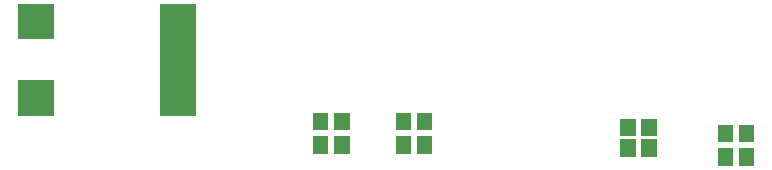
<source format=gbr>
G04 start of page 16 for group -4015 idx -4015 *
G04 Title: (unknown), toppaste *
G04 Creator: pcb 20140316 *
G04 CreationDate: Tue 28 Aug 2018 04:48:26 PM GMT UTC *
G04 For: cwispell *
G04 Format: Gerber/RS-274X *
G04 PCB-Dimensions (mil): 4685.04 2913.39 *
G04 PCB-Coordinate-Origin: lower left *
%MOIN*%
%FSLAX25Y25*%
%LNTOPPASTE*%
%ADD175R,0.1181X0.1181*%
%ADD174C,0.0001*%
%ADD173R,0.0512X0.0512*%
G54D173*X264370Y236613D02*Y235827D01*
X257284Y236613D02*Y235827D01*
X264370Y228739D02*Y227953D01*
X257284Y228739D02*Y227953D01*
X224803Y238582D02*Y237796D01*
X231889Y238582D02*Y237796D01*
X224803Y231692D02*Y230906D01*
X231889Y231692D02*Y230906D01*
X157086Y240550D02*Y239764D01*
X150000Y240550D02*Y239764D01*
X157086Y232676D02*Y231890D01*
X150000Y232676D02*Y231890D01*
X122441Y240550D02*Y239764D01*
X129527Y240550D02*Y239764D01*
X122441Y232676D02*Y231890D01*
X129527Y232676D02*Y231890D01*
G54D174*G36*
X21654Y279528D02*Y267717D01*
X33465D01*
Y279528D01*
X21654D01*
G37*
G36*
Y253937D02*Y242126D01*
X33465D01*
Y253937D01*
X21654D01*
G37*
G54D175*X74803Y273622D02*Y248031D01*
M02*

</source>
